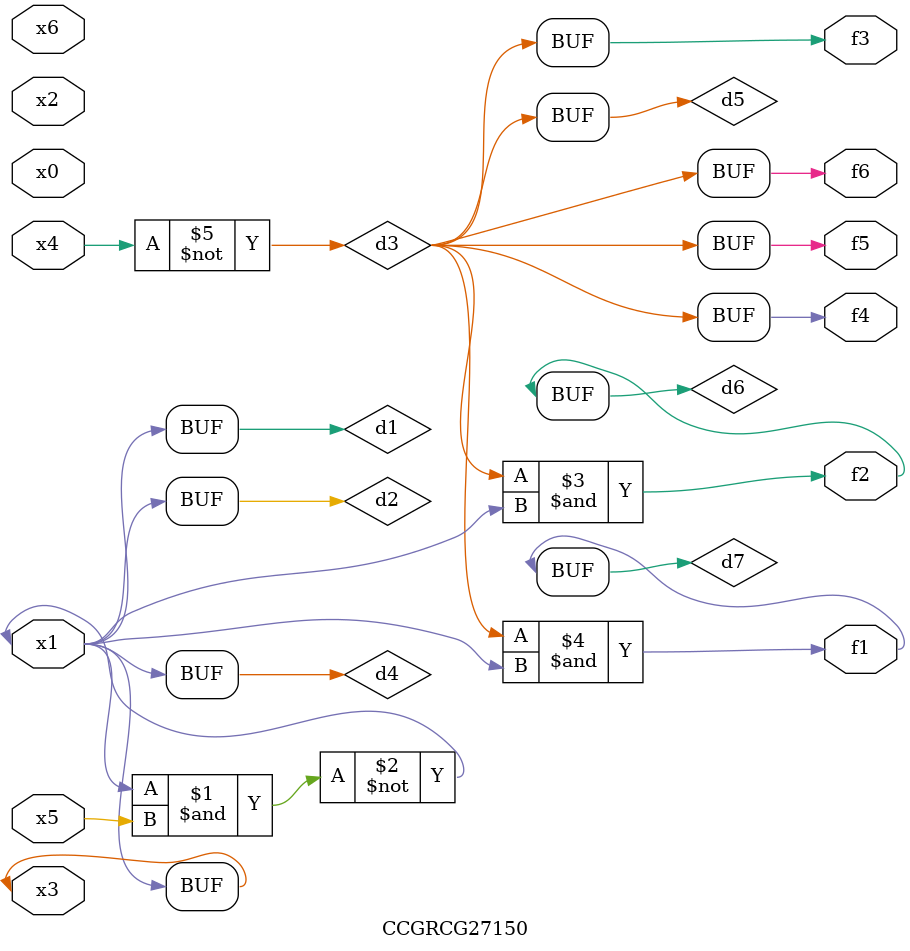
<source format=v>
module CCGRCG27150(
	input x0, x1, x2, x3, x4, x5, x6,
	output f1, f2, f3, f4, f5, f6
);

	wire d1, d2, d3, d4, d5, d6, d7;

	buf (d1, x1, x3);
	nand (d2, x1, x5);
	not (d3, x4);
	buf (d4, d1, d2);
	buf (d5, d3);
	and (d6, d3, d4);
	and (d7, d3, d4);
	assign f1 = d7;
	assign f2 = d6;
	assign f3 = d5;
	assign f4 = d5;
	assign f5 = d5;
	assign f6 = d5;
endmodule

</source>
